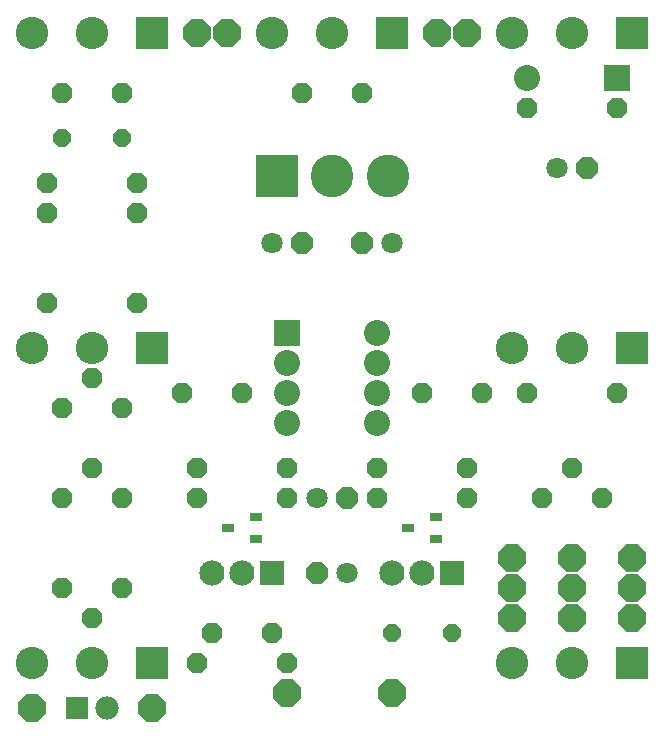
<source format=gbr>
G04 EAGLE Gerber RS-274X export*
G75*
%MOMM*%
%FSLAX34Y34*%
%LPD*%
%INSoldermask Top*%
%IPPOS*%
%AMOC8*
5,1,8,0,0,1.08239X$1,22.5*%
G01*
%ADD10P,2.556822X8X22.500000*%
%ADD11R,2.743200X2.743200*%
%ADD12C,2.743200*%
%ADD13P,1.869504X8X22.500000*%
%ADD14P,1.869504X8X202.500000*%
%ADD15P,1.951982X8X22.500000*%
%ADD16C,1.803400*%
%ADD17P,1.649562X8X202.500000*%
%ADD18P,1.951982X8X202.500000*%
%ADD19C,2.203200*%
%ADD20R,2.203200X2.203200*%
%ADD21C,1.981200*%
%ADD22R,1.981200X1.981200*%
%ADD23C,2.133600*%
%ADD24R,2.133600X2.133600*%
%ADD25R,1.053200X0.803200*%
%ADD26R,3.619200X3.619200*%
%ADD27C,3.619200*%


D10*
X406400Y596900D03*
D11*
X546100Y596900D03*
D12*
X495300Y596900D03*
X444500Y596900D03*
D13*
X63500Y203200D03*
X114300Y203200D03*
X88900Y228600D03*
X469900Y203200D03*
X520700Y203200D03*
X495300Y228600D03*
D14*
X241300Y88900D03*
X190500Y88900D03*
D13*
X165100Y292100D03*
X215900Y292100D03*
D15*
X266700Y419100D03*
D16*
X241300Y419100D03*
D15*
X508000Y482600D03*
D16*
X482600Y482600D03*
D15*
X304800Y203200D03*
D16*
X279400Y203200D03*
D14*
X114300Y546100D03*
X63500Y546100D03*
D13*
X266700Y546100D03*
X317500Y546100D03*
D17*
X114300Y508000D03*
X63500Y508000D03*
D18*
X279400Y139700D03*
D16*
X304800Y139700D03*
D13*
X368300Y292100D03*
X419100Y292100D03*
D17*
X393700Y88900D03*
X342900Y88900D03*
D18*
X317500Y419100D03*
D16*
X342900Y419100D03*
D11*
X546100Y330200D03*
D12*
X495300Y330200D03*
X444500Y330200D03*
D11*
X546100Y63500D03*
D12*
X495300Y63500D03*
X444500Y63500D03*
D19*
X457200Y558800D03*
D20*
X533400Y558800D03*
D21*
X101600Y25400D03*
D22*
X76200Y25400D03*
D11*
X139700Y63500D03*
D12*
X88900Y63500D03*
X38100Y63500D03*
D11*
X139700Y330200D03*
D12*
X88900Y330200D03*
X38100Y330200D03*
D10*
X203200Y596900D03*
X177800Y596900D03*
X381000Y596900D03*
D20*
X254000Y342900D03*
D19*
X254000Y317500D03*
X254000Y292100D03*
X254000Y266700D03*
X330200Y266700D03*
X330200Y292100D03*
X330200Y317500D03*
X330200Y342900D03*
D10*
X254000Y38100D03*
X139700Y25400D03*
D11*
X342900Y596900D03*
D12*
X292100Y596900D03*
X241300Y596900D03*
D10*
X342900Y38100D03*
D23*
X190500Y139700D03*
X215900Y139700D03*
D24*
X241300Y139700D03*
D23*
X342900Y139700D03*
X368300Y139700D03*
D24*
X393700Y139700D03*
D25*
X227900Y168300D03*
X227900Y187300D03*
X203900Y177800D03*
X380300Y168300D03*
X380300Y187300D03*
X356300Y177800D03*
D13*
X177800Y63500D03*
X254000Y63500D03*
X50800Y368300D03*
X127000Y368300D03*
X457200Y292100D03*
X533400Y292100D03*
D14*
X406400Y228600D03*
X330200Y228600D03*
D13*
X457200Y533400D03*
X533400Y533400D03*
D14*
X254000Y203200D03*
X177800Y203200D03*
D13*
X177800Y228600D03*
X254000Y228600D03*
D14*
X127000Y469900D03*
X50800Y469900D03*
X127000Y444500D03*
X50800Y444500D03*
D13*
X330200Y203200D03*
X406400Y203200D03*
D14*
X114300Y127000D03*
X63500Y127000D03*
X88900Y101600D03*
D10*
X38100Y25400D03*
D11*
X139700Y596900D03*
D12*
X88900Y596900D03*
X38100Y596900D03*
D26*
X245110Y476250D03*
D27*
X292100Y476250D03*
X339090Y476250D03*
D10*
X495300Y101600D03*
X444500Y101600D03*
X546100Y101600D03*
X495300Y152400D03*
X546100Y152400D03*
X444500Y152400D03*
X495300Y127000D03*
X546100Y127000D03*
X444500Y127000D03*
D13*
X63500Y279400D03*
X114300Y279400D03*
X88900Y304800D03*
M02*

</source>
